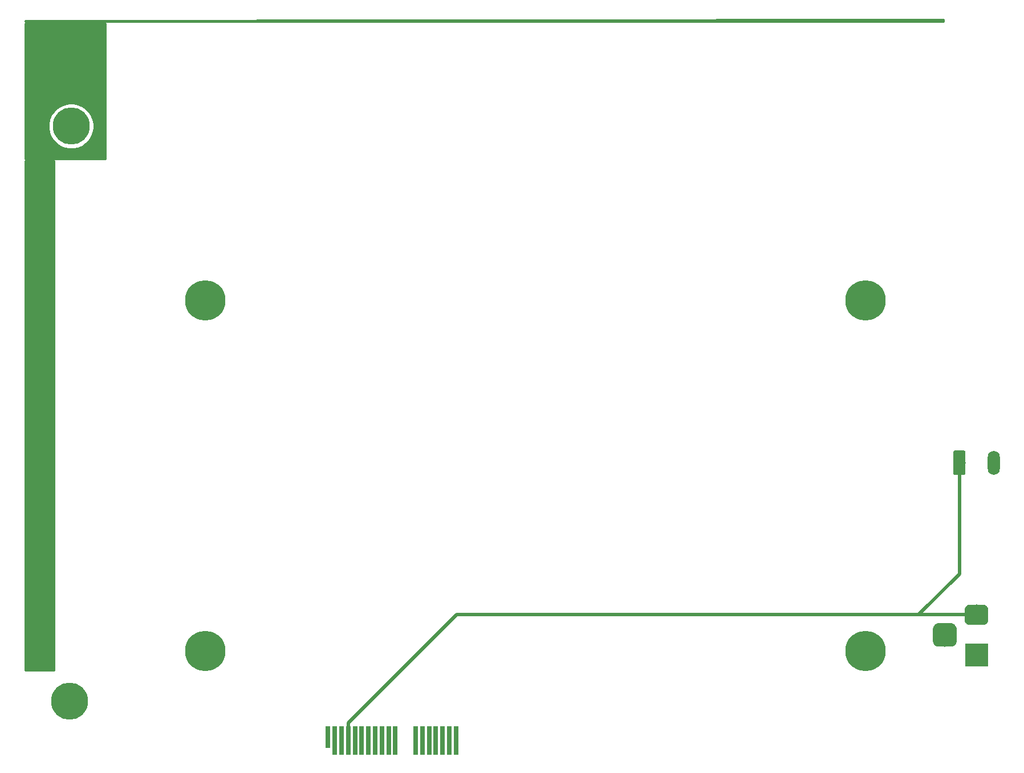
<source format=gbr>
G04 #@! TF.GenerationSoftware,KiCad,Pcbnew,(5.1.2)-2*
G04 #@! TF.CreationDate,2019-10-16T00:46:16+08:00*
G04 #@! TF.ProjectId,BrainPower,42726169-6e50-46f7-9765-722e6b696361,rev?*
G04 #@! TF.SameCoordinates,Original*
G04 #@! TF.FileFunction,Copper,L2,Bot*
G04 #@! TF.FilePolarity,Positive*
%FSLAX46Y46*%
G04 Gerber Fmt 4.6, Leading zero omitted, Abs format (unit mm)*
G04 Created by KiCad (PCBNEW (5.1.2)-2) date 2019-10-16 00:46:16*
%MOMM*%
%LPD*%
G04 APERTURE LIST*
%ADD10O,1.800000X3.600000*%
%ADD11C,0.100000*%
%ADD12C,1.800000*%
%ADD13C,3.500000*%
%ADD14C,3.000000*%
%ADD15R,3.500000X3.500000*%
%ADD16C,6.000000*%
%ADD17C,5.500000*%
%ADD18R,0.700000X4.200000*%
%ADD19R,0.700000X3.200000*%
%ADD20C,0.500000*%
%ADD21C,0.254000*%
G04 APERTURE END LIST*
D10*
X217805000Y-111125000D03*
D11*
G36*
X213399324Y-109326205D02*
G01*
X213423612Y-109329808D01*
X213447429Y-109335774D01*
X213470547Y-109344045D01*
X213492743Y-109354543D01*
X213513804Y-109367166D01*
X213533525Y-109381793D01*
X213551718Y-109398282D01*
X213568207Y-109416475D01*
X213582834Y-109436196D01*
X213595457Y-109457257D01*
X213605955Y-109479453D01*
X213614226Y-109502571D01*
X213620192Y-109526388D01*
X213623795Y-109550676D01*
X213625000Y-109575200D01*
X213625000Y-112674800D01*
X213623795Y-112699324D01*
X213620192Y-112723612D01*
X213614226Y-112747429D01*
X213605955Y-112770547D01*
X213595457Y-112792743D01*
X213582834Y-112813804D01*
X213568207Y-112833525D01*
X213551718Y-112851718D01*
X213533525Y-112868207D01*
X213513804Y-112882834D01*
X213492743Y-112895457D01*
X213470547Y-112905955D01*
X213447429Y-112914226D01*
X213423612Y-112920192D01*
X213399324Y-112923795D01*
X213374800Y-112925000D01*
X212075200Y-112925000D01*
X212050676Y-112923795D01*
X212026388Y-112920192D01*
X212002571Y-112914226D01*
X211979453Y-112905955D01*
X211957257Y-112895457D01*
X211936196Y-112882834D01*
X211916475Y-112868207D01*
X211898282Y-112851718D01*
X211881793Y-112833525D01*
X211867166Y-112813804D01*
X211854543Y-112792743D01*
X211844045Y-112770547D01*
X211835774Y-112747429D01*
X211829808Y-112723612D01*
X211826205Y-112699324D01*
X211825000Y-112674800D01*
X211825000Y-109575200D01*
X211826205Y-109550676D01*
X211829808Y-109526388D01*
X211835774Y-109502571D01*
X211844045Y-109479453D01*
X211854543Y-109457257D01*
X211867166Y-109436196D01*
X211881793Y-109416475D01*
X211898282Y-109398282D01*
X211916475Y-109381793D01*
X211936196Y-109367166D01*
X211957257Y-109354543D01*
X211979453Y-109344045D01*
X212002571Y-109335774D01*
X212026388Y-109329808D01*
X212050676Y-109326205D01*
X212075200Y-109325000D01*
X213374800Y-109325000D01*
X213399324Y-109326205D01*
X213399324Y-109326205D01*
G37*
D12*
X212725000Y-111125000D03*
D11*
G36*
X211525765Y-134954213D02*
G01*
X211610704Y-134966813D01*
X211693999Y-134987677D01*
X211774848Y-135016605D01*
X211852472Y-135053319D01*
X211926124Y-135097464D01*
X211995094Y-135148616D01*
X212058718Y-135206282D01*
X212116384Y-135269906D01*
X212167536Y-135338876D01*
X212211681Y-135412528D01*
X212248395Y-135490152D01*
X212277323Y-135571001D01*
X212298187Y-135654296D01*
X212310787Y-135739235D01*
X212315000Y-135825000D01*
X212315000Y-137575000D01*
X212310787Y-137660765D01*
X212298187Y-137745704D01*
X212277323Y-137828999D01*
X212248395Y-137909848D01*
X212211681Y-137987472D01*
X212167536Y-138061124D01*
X212116384Y-138130094D01*
X212058718Y-138193718D01*
X211995094Y-138251384D01*
X211926124Y-138302536D01*
X211852472Y-138346681D01*
X211774848Y-138383395D01*
X211693999Y-138412323D01*
X211610704Y-138433187D01*
X211525765Y-138445787D01*
X211440000Y-138450000D01*
X209690000Y-138450000D01*
X209604235Y-138445787D01*
X209519296Y-138433187D01*
X209436001Y-138412323D01*
X209355152Y-138383395D01*
X209277528Y-138346681D01*
X209203876Y-138302536D01*
X209134906Y-138251384D01*
X209071282Y-138193718D01*
X209013616Y-138130094D01*
X208962464Y-138061124D01*
X208918319Y-137987472D01*
X208881605Y-137909848D01*
X208852677Y-137828999D01*
X208831813Y-137745704D01*
X208819213Y-137660765D01*
X208815000Y-137575000D01*
X208815000Y-135825000D01*
X208819213Y-135739235D01*
X208831813Y-135654296D01*
X208852677Y-135571001D01*
X208881605Y-135490152D01*
X208918319Y-135412528D01*
X208962464Y-135338876D01*
X209013616Y-135269906D01*
X209071282Y-135206282D01*
X209134906Y-135148616D01*
X209203876Y-135097464D01*
X209277528Y-135053319D01*
X209355152Y-135016605D01*
X209436001Y-134987677D01*
X209519296Y-134966813D01*
X209604235Y-134954213D01*
X209690000Y-134950000D01*
X211440000Y-134950000D01*
X211525765Y-134954213D01*
X211525765Y-134954213D01*
G37*
D13*
X210565000Y-136700000D03*
D11*
G36*
X216338513Y-132203611D02*
G01*
X216411318Y-132214411D01*
X216482714Y-132232295D01*
X216552013Y-132257090D01*
X216618548Y-132288559D01*
X216681678Y-132326398D01*
X216740795Y-132370242D01*
X216795330Y-132419670D01*
X216844758Y-132474205D01*
X216888602Y-132533322D01*
X216926441Y-132596452D01*
X216957910Y-132662987D01*
X216982705Y-132732286D01*
X217000589Y-132803682D01*
X217011389Y-132876487D01*
X217015000Y-132950000D01*
X217015000Y-134450000D01*
X217011389Y-134523513D01*
X217000589Y-134596318D01*
X216982705Y-134667714D01*
X216957910Y-134737013D01*
X216926441Y-134803548D01*
X216888602Y-134866678D01*
X216844758Y-134925795D01*
X216795330Y-134980330D01*
X216740795Y-135029758D01*
X216681678Y-135073602D01*
X216618548Y-135111441D01*
X216552013Y-135142910D01*
X216482714Y-135167705D01*
X216411318Y-135185589D01*
X216338513Y-135196389D01*
X216265000Y-135200000D01*
X214265000Y-135200000D01*
X214191487Y-135196389D01*
X214118682Y-135185589D01*
X214047286Y-135167705D01*
X213977987Y-135142910D01*
X213911452Y-135111441D01*
X213848322Y-135073602D01*
X213789205Y-135029758D01*
X213734670Y-134980330D01*
X213685242Y-134925795D01*
X213641398Y-134866678D01*
X213603559Y-134803548D01*
X213572090Y-134737013D01*
X213547295Y-134667714D01*
X213529411Y-134596318D01*
X213518611Y-134523513D01*
X213515000Y-134450000D01*
X213515000Y-132950000D01*
X213518611Y-132876487D01*
X213529411Y-132803682D01*
X213547295Y-132732286D01*
X213572090Y-132662987D01*
X213603559Y-132596452D01*
X213641398Y-132533322D01*
X213685242Y-132474205D01*
X213734670Y-132419670D01*
X213789205Y-132370242D01*
X213848322Y-132326398D01*
X213911452Y-132288559D01*
X213977987Y-132257090D01*
X214047286Y-132232295D01*
X214118682Y-132214411D01*
X214191487Y-132203611D01*
X214265000Y-132200000D01*
X216265000Y-132200000D01*
X216338513Y-132203611D01*
X216338513Y-132203611D01*
G37*
D14*
X215265000Y-133700000D03*
D15*
X215265000Y-139700000D03*
D16*
X198783800Y-139055400D03*
X100783800Y-139055400D03*
X198783800Y-87055400D03*
X100783800Y-87055400D03*
D17*
X80822800Y-61137800D03*
X80568800Y-146507200D03*
D18*
X137980000Y-152379600D03*
X133980000Y-152379600D03*
X122980000Y-152379600D03*
X120980000Y-152379600D03*
X127980000Y-152379600D03*
X124980000Y-152379600D03*
D19*
X118980000Y-151879600D03*
D18*
X123980000Y-152379600D03*
X134980000Y-152379600D03*
X131980000Y-152379600D03*
X125980000Y-152379600D03*
X128980000Y-152379600D03*
X121980000Y-152379600D03*
X119980000Y-152379600D03*
X132980000Y-152379600D03*
X135980000Y-152379600D03*
X126980000Y-152379600D03*
X136980000Y-152379600D03*
D20*
X213415000Y-133700000D02*
X215265000Y-133700000D01*
X121980000Y-149779600D02*
X138059600Y-133700000D01*
X121980000Y-152379600D02*
X121980000Y-149779600D01*
X202850000Y-133700000D02*
X206660000Y-133700000D01*
X138059600Y-133700000D02*
X202850000Y-133700000D01*
X202850000Y-133700000D02*
X213415000Y-133700000D01*
X212725000Y-127635000D02*
X212725000Y-111125000D01*
X206660000Y-133700000D02*
X212725000Y-127635000D01*
D21*
G36*
X85903000Y-66052600D02*
G01*
X74015000Y-66052600D01*
X74015000Y-60804407D01*
X77437800Y-60804407D01*
X77437800Y-61471193D01*
X77567883Y-62125168D01*
X77823052Y-62741199D01*
X78193498Y-63295612D01*
X78664988Y-63767102D01*
X79219401Y-64137548D01*
X79835432Y-64392717D01*
X80489407Y-64522800D01*
X81156193Y-64522800D01*
X81810168Y-64392717D01*
X82426199Y-64137548D01*
X82980612Y-63767102D01*
X83452102Y-63295612D01*
X83822548Y-62741199D01*
X84077717Y-62125168D01*
X84207800Y-61471193D01*
X84207800Y-60804407D01*
X84077717Y-60150432D01*
X83822548Y-59534401D01*
X83452102Y-58979988D01*
X82980612Y-58508498D01*
X82426199Y-58138052D01*
X81810168Y-57882883D01*
X81156193Y-57752800D01*
X80489407Y-57752800D01*
X79835432Y-57882883D01*
X79219401Y-58138052D01*
X78664988Y-58508498D01*
X78193498Y-58979988D01*
X77823052Y-59534401D01*
X77567883Y-60150432D01*
X77437800Y-60804407D01*
X74015000Y-60804407D01*
X74015000Y-45856600D01*
X85903000Y-45856600D01*
X85903000Y-66052600D01*
X85903000Y-66052600D01*
G37*
X85903000Y-66052600D02*
X74015000Y-66052600D01*
X74015000Y-60804407D01*
X77437800Y-60804407D01*
X77437800Y-61471193D01*
X77567883Y-62125168D01*
X77823052Y-62741199D01*
X78193498Y-63295612D01*
X78664988Y-63767102D01*
X79219401Y-64137548D01*
X79835432Y-64392717D01*
X80489407Y-64522800D01*
X81156193Y-64522800D01*
X81810168Y-64392717D01*
X82426199Y-64137548D01*
X82980612Y-63767102D01*
X83452102Y-63295612D01*
X83822548Y-62741199D01*
X84077717Y-62125168D01*
X84207800Y-61471193D01*
X84207800Y-60804407D01*
X84077717Y-60150432D01*
X83822548Y-59534401D01*
X83452102Y-58979988D01*
X82980612Y-58508498D01*
X82426199Y-58138052D01*
X81810168Y-57882883D01*
X81156193Y-57752800D01*
X80489407Y-57752800D01*
X79835432Y-57882883D01*
X79219401Y-58138052D01*
X78664988Y-58508498D01*
X78193498Y-58979988D01*
X77823052Y-59534401D01*
X77567883Y-60150432D01*
X77437800Y-60804407D01*
X74015000Y-60804407D01*
X74015000Y-45856600D01*
X85903000Y-45856600D01*
X85903000Y-66052600D01*
G36*
X210353000Y-45602600D02*
G01*
X74015000Y-45602600D01*
X74015000Y-45413880D01*
X210353000Y-45270439D01*
X210353000Y-45602600D01*
X210353000Y-45602600D01*
G37*
X210353000Y-45602600D02*
X74015000Y-45602600D01*
X74015000Y-45413880D01*
X210353000Y-45270439D01*
X210353000Y-45602600D01*
G36*
X78283000Y-142002600D02*
G01*
X74015000Y-142002600D01*
X74015000Y-66306600D01*
X78283000Y-66306600D01*
X78283000Y-142002600D01*
X78283000Y-142002600D01*
G37*
X78283000Y-142002600D02*
X74015000Y-142002600D01*
X74015000Y-66306600D01*
X78283000Y-66306600D01*
X78283000Y-142002600D01*
M02*

</source>
